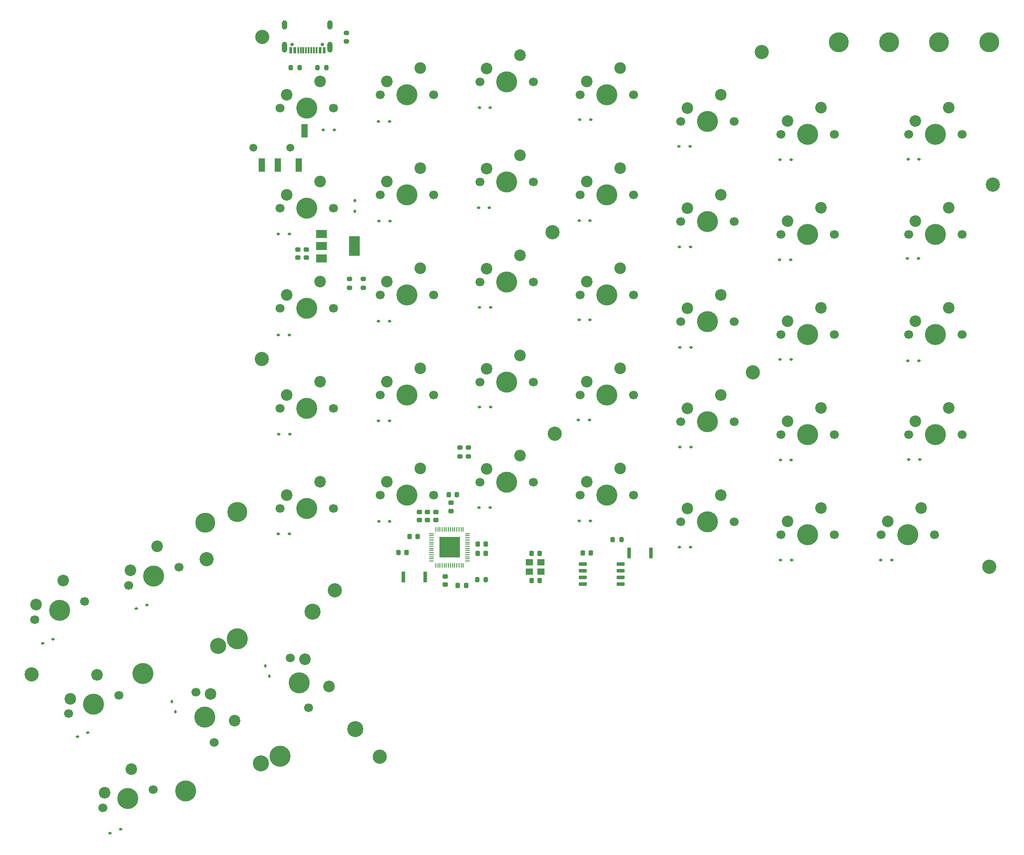
<source format=gbs>
G04 #@! TF.GenerationSoftware,KiCad,Pcbnew,7.0.5*
G04 #@! TF.CreationDate,2025-01-08T21:54:48-05:00*
G04 #@! TF.ProjectId,JasonSplitErgoKeyboard_Right,4a61736f-6e53-4706-9c69-744572676f4b,rev?*
G04 #@! TF.SameCoordinates,Original*
G04 #@! TF.FileFunction,Soldermask,Bot*
G04 #@! TF.FilePolarity,Negative*
%FSLAX46Y46*%
G04 Gerber Fmt 4.6, Leading zero omitted, Abs format (unit mm)*
G04 Created by KiCad (PCBNEW 7.0.5) date 2025-01-08 21:54:48*
%MOMM*%
%LPD*%
G01*
G04 APERTURE LIST*
G04 Aperture macros list*
%AMRoundRect*
0 Rectangle with rounded corners*
0 $1 Rounding radius*
0 $2 $3 $4 $5 $6 $7 $8 $9 X,Y pos of 4 corners*
0 Add a 4 corners polygon primitive as box body*
4,1,4,$2,$3,$4,$5,$6,$7,$8,$9,$2,$3,0*
0 Add four circle primitives for the rounded corners*
1,1,$1+$1,$2,$3*
1,1,$1+$1,$4,$5*
1,1,$1+$1,$6,$7*
1,1,$1+$1,$8,$9*
0 Add four rect primitives between the rounded corners*
20,1,$1+$1,$2,$3,$4,$5,0*
20,1,$1+$1,$4,$5,$6,$7,0*
20,1,$1+$1,$6,$7,$8,$9,0*
20,1,$1+$1,$8,$9,$2,$3,0*%
G04 Aperture macros list end*
%ADD10C,2.700000*%
%ADD11C,1.700000*%
%ADD12C,4.000000*%
%ADD13C,2.200000*%
%ADD14C,3.800000*%
%ADD15C,3.050000*%
%ADD16RoundRect,0.112500X-0.137715X-0.169844X0.214670X-0.041587X0.137715X0.169844X-0.214670X0.041587X0*%
%ADD17RoundRect,0.112500X-0.187500X-0.112500X0.187500X-0.112500X0.187500X0.112500X-0.187500X0.112500X0*%
%ADD18RoundRect,0.225000X-0.225000X-0.250000X0.225000X-0.250000X0.225000X0.250000X-0.225000X0.250000X0*%
%ADD19RoundRect,0.050000X0.350000X0.050000X-0.350000X0.050000X-0.350000X-0.050000X0.350000X-0.050000X0*%
%ADD20RoundRect,0.050000X0.050000X0.350000X-0.050000X0.350000X-0.050000X-0.350000X0.050000X-0.350000X0*%
%ADD21R,4.000000X4.000000*%
%ADD22RoundRect,0.200000X-0.200000X-0.275000X0.200000X-0.275000X0.200000X0.275000X-0.200000X0.275000X0*%
%ADD23RoundRect,0.225000X0.225000X0.250000X-0.225000X0.250000X-0.225000X-0.250000X0.225000X-0.250000X0*%
%ADD24RoundRect,0.225000X-0.250000X0.225000X-0.250000X-0.225000X0.250000X-0.225000X0.250000X0.225000X0*%
%ADD25RoundRect,0.150000X0.650000X0.150000X-0.650000X0.150000X-0.650000X-0.150000X0.650000X-0.150000X0*%
%ADD26RoundRect,0.200000X0.200000X0.275000X-0.200000X0.275000X-0.200000X-0.275000X0.200000X-0.275000X0*%
%ADD27RoundRect,0.225000X0.250000X-0.225000X0.250000X0.225000X-0.250000X0.225000X-0.250000X-0.225000X0*%
%ADD28RoundRect,0.112500X0.112500X-0.187500X0.112500X0.187500X-0.112500X0.187500X-0.112500X-0.187500X0*%
%ADD29C,1.500000*%
%ADD30R,1.200000X2.500000*%
%ADD31RoundRect,0.112500X-0.169844X0.137715X-0.041587X-0.214670X0.169844X-0.137715X0.041587X0.214670X0*%
%ADD32RoundRect,0.200000X-0.275000X0.200000X-0.275000X-0.200000X0.275000X-0.200000X0.275000X0.200000X0*%
%ADD33RoundRect,0.200000X0.275000X-0.200000X0.275000X0.200000X-0.275000X0.200000X-0.275000X-0.200000X0*%
%ADD34R,1.400000X1.200000*%
%ADD35R,0.800000X2.000000*%
%ADD36R,2.000000X1.500000*%
%ADD37R,2.000000X3.800000*%
%ADD38C,0.650000*%
%ADD39R,0.600000X1.240000*%
%ADD40R,0.300000X1.240000*%
%ADD41O,1.000000X1.800000*%
%ADD42O,1.000000X2.100000*%
G04 APERTURE END LIST*
D10*
X276100000Y-89100000D03*
D11*
X197640000Y-72030000D03*
D12*
X202720000Y-72030000D03*
D11*
X207800000Y-72030000D03*
D13*
X205260000Y-66950000D03*
X198910000Y-69490000D03*
D11*
X178600000Y-126680000D03*
D12*
X183680000Y-126680000D03*
D11*
X188760000Y-126680000D03*
D13*
X186220000Y-121600000D03*
X179870000Y-124140000D03*
D14*
X265895000Y-62020000D03*
D11*
X197640000Y-129180000D03*
D12*
X202720000Y-129180000D03*
D11*
X207800000Y-129180000D03*
D13*
X205260000Y-124100000D03*
X198910000Y-126640000D03*
D11*
X216750000Y-134190000D03*
D12*
X221830000Y-134190000D03*
D11*
X226910000Y-134190000D03*
D13*
X224370000Y-129110000D03*
X218020000Y-131650000D03*
D11*
X254830000Y-155720000D03*
D12*
X259910000Y-155720000D03*
D11*
X264990000Y-155720000D03*
D13*
X262450000Y-150640000D03*
X256100000Y-153180000D03*
D10*
X151000000Y-166300000D03*
D11*
X216750000Y-153240000D03*
D12*
X221830000Y-153240000D03*
D11*
X226910000Y-153240000D03*
D13*
X224370000Y-148160000D03*
X218020000Y-150700000D03*
D11*
X197640000Y-148230000D03*
D12*
X202720000Y-148230000D03*
D11*
X207800000Y-148230000D03*
D13*
X205260000Y-143150000D03*
X198910000Y-145690000D03*
D11*
X260110000Y-98580000D03*
D12*
X265190000Y-98580000D03*
D11*
X270270000Y-98580000D03*
D13*
X267730000Y-93500000D03*
X261380000Y-96040000D03*
D15*
X128780346Y-176899878D03*
D12*
X114459430Y-182112265D03*
D11*
X124535075Y-185702723D03*
D12*
X126272537Y-190476361D03*
D11*
X128010000Y-195250000D03*
D15*
X136920425Y-199264562D03*
D12*
X122599510Y-204476949D03*
D13*
X131914907Y-191125718D03*
X127356260Y-186027401D03*
D14*
X275420000Y-62020000D03*
D11*
X111767005Y-165349832D03*
D12*
X116540643Y-163612370D03*
D11*
X121314282Y-161874907D03*
D13*
X117190000Y-157970000D03*
X112091683Y-162528647D03*
D10*
X137200000Y-61000000D03*
D11*
X260110000Y-79530000D03*
D12*
X265190000Y-79530000D03*
D11*
X270270000Y-79530000D03*
D13*
X267730000Y-74450000D03*
X261380000Y-76990000D03*
D10*
X126600000Y-160400000D03*
D14*
X256370000Y-62020000D03*
X246845000Y-62020000D03*
D11*
X140540000Y-112640000D03*
D12*
X145620000Y-112640000D03*
D11*
X150700000Y-112640000D03*
D13*
X148160000Y-107560000D03*
X141810000Y-110100000D03*
D10*
X159500000Y-198000000D03*
D11*
X260110000Y-117630000D03*
D12*
X265190000Y-117630000D03*
D11*
X270270000Y-117630000D03*
D13*
X267730000Y-112550000D03*
X261380000Y-115090000D03*
D11*
X178600000Y-69530000D03*
D12*
X183680000Y-69530000D03*
D11*
X188760000Y-69530000D03*
D13*
X186220000Y-64450000D03*
X179870000Y-66990000D03*
D10*
X93300000Y-182300000D03*
X137100000Y-122300000D03*
D11*
X106852723Y-207694925D03*
D12*
X111626361Y-205957463D03*
D11*
X116400000Y-204220000D03*
D13*
X112275718Y-200315093D03*
X107177401Y-204873740D03*
D11*
X216750000Y-115140000D03*
D12*
X221830000Y-115140000D03*
D11*
X226910000Y-115140000D03*
D13*
X224370000Y-110060000D03*
X218020000Y-112600000D03*
D15*
X146717809Y-170353517D03*
D12*
X132396893Y-175565904D03*
D11*
X142472538Y-179156362D03*
D12*
X144210000Y-183930000D03*
D11*
X145947463Y-188703639D03*
D15*
X154857888Y-192718201D03*
D12*
X140536973Y-197930588D03*
D13*
X149852370Y-184579357D03*
X145293723Y-179481040D03*
D10*
X232200000Y-63900000D03*
D11*
X159580000Y-129190000D03*
D12*
X164660000Y-129190000D03*
D11*
X169740000Y-129190000D03*
D13*
X167200000Y-124110000D03*
X160850000Y-126650000D03*
D11*
X140540000Y-93590000D03*
D12*
X145620000Y-93590000D03*
D11*
X150700000Y-93590000D03*
D13*
X148160000Y-88510000D03*
X141810000Y-91050000D03*
D11*
X140540000Y-74540000D03*
D12*
X145620000Y-74540000D03*
D11*
X150700000Y-74540000D03*
D13*
X148160000Y-69460000D03*
X141810000Y-72000000D03*
D11*
X159580000Y-110140000D03*
D12*
X164660000Y-110140000D03*
D11*
X169740000Y-110140000D03*
D13*
X167200000Y-105060000D03*
X160850000Y-107600000D03*
D11*
X93877005Y-171869832D03*
D12*
X98650643Y-170132370D03*
D11*
X103424282Y-168394907D03*
D13*
X99300000Y-164490000D03*
X94201683Y-169048647D03*
D11*
X178600000Y-145730000D03*
D12*
X183680000Y-145730000D03*
D11*
X188760000Y-145730000D03*
D13*
X186220000Y-140650000D03*
X179870000Y-143190000D03*
D10*
X192400000Y-98200000D03*
D11*
X216750000Y-96090000D03*
D12*
X221830000Y-96090000D03*
D11*
X226910000Y-96090000D03*
D13*
X224370000Y-91010000D03*
X218020000Y-93550000D03*
D11*
X159580000Y-91090000D03*
D12*
X164660000Y-91090000D03*
D11*
X169740000Y-91090000D03*
D13*
X167200000Y-86010000D03*
X160850000Y-88550000D03*
D11*
X235790000Y-136670000D03*
D12*
X240870000Y-136670000D03*
D11*
X245950000Y-136670000D03*
D13*
X243410000Y-131590000D03*
X237060000Y-134130000D03*
D11*
X197640000Y-110130000D03*
D12*
X202720000Y-110130000D03*
D11*
X207800000Y-110130000D03*
D13*
X205260000Y-105050000D03*
X198910000Y-107590000D03*
D11*
X235790000Y-79520000D03*
D12*
X240870000Y-79520000D03*
D11*
X245950000Y-79520000D03*
D13*
X243410000Y-74440000D03*
X237060000Y-76980000D03*
D10*
X230500000Y-124800000D03*
D11*
X197640000Y-91080000D03*
D12*
X202720000Y-91080000D03*
D11*
X207800000Y-91080000D03*
D13*
X205260000Y-86000000D03*
X198910000Y-88540000D03*
D11*
X235790000Y-117620000D03*
D12*
X240870000Y-117620000D03*
D11*
X245950000Y-117620000D03*
D13*
X243410000Y-112540000D03*
X237060000Y-115080000D03*
D11*
X140540000Y-131690000D03*
D12*
X145620000Y-131690000D03*
D11*
X150700000Y-131690000D03*
D13*
X148160000Y-126610000D03*
X141810000Y-129150000D03*
D11*
X235790000Y-155720000D03*
D12*
X240870000Y-155720000D03*
D11*
X245950000Y-155720000D03*
D13*
X243410000Y-150640000D03*
X237060000Y-153180000D03*
D10*
X275400000Y-161800000D03*
D11*
X100347005Y-189769832D03*
D12*
X105120643Y-188032370D03*
D11*
X109894282Y-186294907D03*
D13*
X105770000Y-182390000D03*
X100671683Y-186948647D03*
D11*
X178600000Y-107630000D03*
D12*
X183680000Y-107630000D03*
D11*
X188760000Y-107630000D03*
D13*
X186220000Y-102550000D03*
X179870000Y-105090000D03*
D11*
X178600000Y-88580000D03*
D12*
X183680000Y-88580000D03*
D11*
X188760000Y-88580000D03*
D13*
X186220000Y-83500000D03*
X179870000Y-86040000D03*
D11*
X216740000Y-77040000D03*
D12*
X221820000Y-77040000D03*
D11*
X226900000Y-77040000D03*
D13*
X224360000Y-71960000D03*
X218010000Y-74500000D03*
D11*
X159580000Y-72040000D03*
D12*
X164660000Y-72040000D03*
D11*
X169740000Y-72040000D03*
D13*
X167200000Y-66960000D03*
X160850000Y-69500000D03*
D11*
X235790000Y-98570000D03*
D12*
X240870000Y-98570000D03*
D11*
X245950000Y-98570000D03*
D13*
X243410000Y-93490000D03*
X237060000Y-96030000D03*
D11*
X260110000Y-136680000D03*
D12*
X265190000Y-136680000D03*
D11*
X270270000Y-136680000D03*
D13*
X267730000Y-131600000D03*
X261380000Y-134140000D03*
D11*
X140540000Y-150740000D03*
D12*
X145620000Y-150740000D03*
D11*
X150700000Y-150740000D03*
D13*
X148160000Y-145660000D03*
X141810000Y-148200000D03*
D10*
X192800000Y-136500000D03*
D11*
X159580000Y-148240000D03*
D12*
X164660000Y-148240000D03*
D11*
X169740000Y-148240000D03*
D13*
X167200000Y-143160000D03*
X160850000Y-145700000D03*
D16*
X108256646Y-212538242D03*
X110230000Y-211820000D03*
D14*
X132420000Y-151410000D03*
D17*
X140230000Y-155550000D03*
X142330000Y-155550000D03*
X235540000Y-103410000D03*
X237640000Y-103410000D03*
X254790000Y-160520000D03*
X256890000Y-160520000D03*
X140340000Y-136560000D03*
X142440000Y-136560000D03*
D18*
X174375000Y-165350000D03*
X175925000Y-165350000D03*
D17*
X178480000Y-112500000D03*
X180580000Y-112500000D03*
D18*
X178145000Y-159290000D03*
X179695000Y-159290000D03*
D17*
X197430000Y-114850000D03*
X199530000Y-114850000D03*
X148820000Y-78690000D03*
X150920000Y-78690000D03*
D19*
X176240000Y-155540000D03*
X176240000Y-155940000D03*
X176240000Y-156340000D03*
X176240000Y-156740000D03*
X176240000Y-157140000D03*
X176240000Y-157540000D03*
X176240000Y-157940000D03*
X176240000Y-158340000D03*
X176240000Y-158740000D03*
X176240000Y-159140000D03*
X176240000Y-159540000D03*
X176240000Y-159940000D03*
X176240000Y-160340000D03*
X176240000Y-160740000D03*
D20*
X175390000Y-161590000D03*
X174990000Y-161590000D03*
X174590000Y-161590000D03*
X174190000Y-161590000D03*
X173790000Y-161590000D03*
X173390000Y-161590000D03*
X172990000Y-161590000D03*
X172590000Y-161590000D03*
X172190000Y-161590000D03*
X171790000Y-161590000D03*
X171390000Y-161590000D03*
X170990000Y-161590000D03*
X170590000Y-161590000D03*
X170190000Y-161590000D03*
D19*
X169340000Y-160740000D03*
X169340000Y-160340000D03*
X169340000Y-159940000D03*
X169340000Y-159540000D03*
X169340000Y-159140000D03*
X169340000Y-158740000D03*
X169340000Y-158340000D03*
X169340000Y-157940000D03*
X169340000Y-157540000D03*
X169340000Y-157140000D03*
X169340000Y-156740000D03*
X169340000Y-156340000D03*
X169340000Y-155940000D03*
X169340000Y-155540000D03*
D20*
X170190000Y-154690000D03*
X170590000Y-154690000D03*
X170990000Y-154690000D03*
X171390000Y-154690000D03*
X171790000Y-154690000D03*
X172190000Y-154690000D03*
X172590000Y-154690000D03*
X172990000Y-154690000D03*
X173390000Y-154690000D03*
X173790000Y-154690000D03*
X174190000Y-154690000D03*
X174590000Y-154690000D03*
X174990000Y-154690000D03*
X175390000Y-154690000D03*
D21*
X172790000Y-158140000D03*
D17*
X216462500Y-81840000D03*
X218562500Y-81840000D03*
D14*
X126310000Y-153450000D03*
D17*
X197422500Y-95960000D03*
X199522500Y-95960000D03*
X159292500Y-134040000D03*
X161392500Y-134040000D03*
D22*
X203815000Y-156640000D03*
X205465000Y-156640000D03*
D17*
X178460000Y-74430000D03*
X180560000Y-74430000D03*
X159360000Y-96040000D03*
X161460000Y-96040000D03*
X159290000Y-115130000D03*
X161390000Y-115130000D03*
X140262500Y-98520000D03*
X142362500Y-98520000D03*
D23*
X166725000Y-156100000D03*
X165175000Y-156100000D03*
D24*
X143960000Y-101455000D03*
X143960000Y-103005000D03*
D17*
X140260000Y-117680000D03*
X142360000Y-117680000D03*
D25*
X205340000Y-161345000D03*
X205340000Y-162615000D03*
X205340000Y-163885000D03*
X205340000Y-165155000D03*
X198140000Y-165155000D03*
X198140000Y-163885000D03*
X198140000Y-162615000D03*
X198140000Y-161345000D03*
D17*
X235660000Y-122410000D03*
X237760000Y-122410000D03*
X216520000Y-100980000D03*
X218620000Y-100980000D03*
D26*
X144275000Y-66835500D03*
X142625000Y-66835500D03*
D17*
X259900000Y-103200000D03*
X262000000Y-103200000D03*
X235640000Y-84360000D03*
X237740000Y-84360000D03*
D27*
X168622500Y-152950000D03*
X168622500Y-151400000D03*
D28*
X154800000Y-94217500D03*
X154800000Y-92117500D03*
D17*
X235700000Y-141490000D03*
X237800000Y-141490000D03*
D29*
X135525000Y-82100000D03*
X142525000Y-82100000D03*
D30*
X140125000Y-85350000D03*
X137125000Y-85350000D03*
X145225000Y-78850000D03*
X144125000Y-85350000D03*
D27*
X170242500Y-152945000D03*
X170242500Y-151395000D03*
D17*
X216540000Y-158140000D03*
X218640000Y-158140000D03*
D24*
X172000000Y-163705000D03*
X172000000Y-165255000D03*
D31*
X137811758Y-180686646D03*
X138530000Y-182660000D03*
D23*
X189930000Y-159265000D03*
X188380000Y-159265000D03*
D18*
X198145000Y-159210000D03*
X199695000Y-159210000D03*
D31*
X119950879Y-187495823D03*
X120669121Y-189469177D03*
D17*
X216620000Y-139030000D03*
X218720000Y-139030000D03*
X178412500Y-150570000D03*
X180512500Y-150570000D03*
X197300000Y-133880000D03*
X199400000Y-133880000D03*
D32*
X153190000Y-60200500D03*
X153190000Y-61850500D03*
D17*
X197590000Y-76770000D03*
X199690000Y-76770000D03*
D33*
X174810000Y-140815000D03*
X174810000Y-139165000D03*
D17*
X178510000Y-131450000D03*
X180610000Y-131450000D03*
D32*
X153790000Y-107055000D03*
X153790000Y-108705000D03*
D16*
X113253323Y-169819121D03*
X115226677Y-169100879D03*
D34*
X188015000Y-161025000D03*
X190215000Y-161025000D03*
X190215000Y-162725000D03*
X188015000Y-162725000D03*
D35*
X206920000Y-159190000D03*
X211120000Y-159190000D03*
D26*
X179695000Y-164300000D03*
X178045000Y-164300000D03*
D17*
X235720000Y-160550000D03*
X237820000Y-160550000D03*
D32*
X156410000Y-107095000D03*
X156410000Y-108745000D03*
D24*
X145560000Y-101465000D03*
X145560000Y-103015000D03*
D27*
X173100000Y-151230000D03*
X173100000Y-149680000D03*
X167052500Y-152945000D03*
X167052500Y-151395000D03*
D17*
X197460000Y-153120000D03*
X199560000Y-153120000D03*
X259940000Y-122650000D03*
X262040000Y-122650000D03*
D22*
X147715000Y-66815500D03*
X149365000Y-66815500D03*
D35*
X163980000Y-163820000D03*
X168180000Y-163820000D03*
D16*
X102003323Y-194139121D03*
X103976677Y-193420879D03*
D17*
X159330000Y-153190000D03*
X161430000Y-153190000D03*
D23*
X189950000Y-164455000D03*
X188400000Y-164455000D03*
D17*
X216590000Y-120080000D03*
X218690000Y-120080000D03*
D18*
X172635000Y-148100000D03*
X174185000Y-148100000D03*
D17*
X178302500Y-93530000D03*
X180402500Y-93530000D03*
D23*
X164620000Y-159150000D03*
X163070000Y-159150000D03*
D17*
X260100000Y-141430000D03*
X262200000Y-141430000D03*
D36*
X148400000Y-103120000D03*
X148400000Y-100820000D03*
D37*
X154700000Y-100820000D03*
D36*
X148400000Y-98520000D03*
D17*
X260000000Y-84290000D03*
X262100000Y-84290000D03*
D16*
X95413323Y-176369121D03*
X97386677Y-175650879D03*
D18*
X178145000Y-157540000D03*
X179695000Y-157540000D03*
D38*
X142870000Y-62400000D03*
X148650000Y-62400000D03*
D39*
X142560000Y-63520000D03*
X143360000Y-63520000D03*
D40*
X144510000Y-63520000D03*
X145510000Y-63520000D03*
X146010000Y-63520000D03*
X147010000Y-63520000D03*
D39*
X148160000Y-63520000D03*
X148960000Y-63520000D03*
X148960000Y-63520000D03*
X148160000Y-63520000D03*
D40*
X147510000Y-63520000D03*
X146510000Y-63520000D03*
X145010000Y-63520000D03*
X144010000Y-63520000D03*
D39*
X143360000Y-63520000D03*
X142560000Y-63520000D03*
D41*
X141440000Y-58720000D03*
D42*
X141440000Y-62920000D03*
D41*
X150080000Y-58720000D03*
D42*
X150080000Y-62920000D03*
D17*
X159310000Y-77080000D03*
X161410000Y-77080000D03*
D33*
X176410000Y-140810000D03*
X176410000Y-139160000D03*
M02*

</source>
